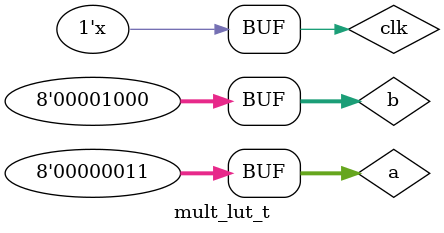
<source format=v>
`timescale 1ns / 1ps

`timescale 1ns/1ps

module mult_lut_t;
    reg  [7:0] a, b;
    wire [15:0] c;
    mult_lut m(clk, a, b, c);
    initial begin
        clk<=0;
        a<=0;
        b<=0;
        #20
        a<=3;
        b<=8;
    end
    reg clk;
    always #10 clk=~clk;
endmodule

</source>
